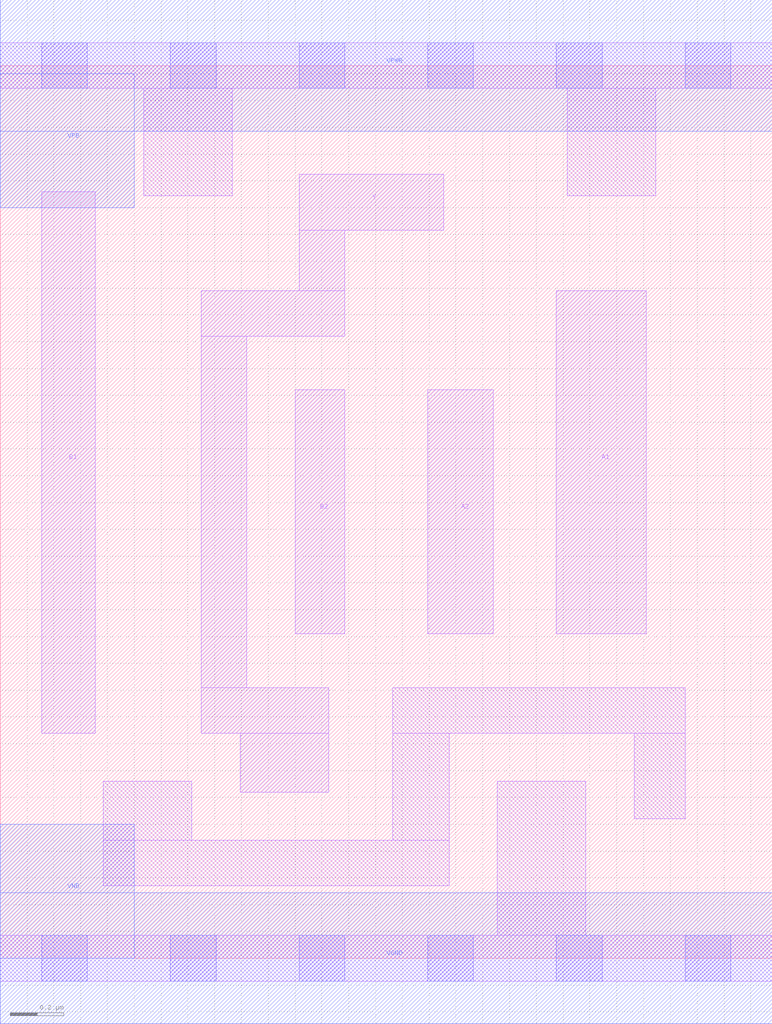
<source format=lef>
# Copyright 2020 The SkyWater PDK Authors
#
# Licensed under the Apache License, Version 2.0 (the "License");
# you may not use this file except in compliance with the License.
# You may obtain a copy of the License at
#
#     https://www.apache.org/licenses/LICENSE-2.0
#
# Unless required by applicable law or agreed to in writing, software
# distributed under the License is distributed on an "AS IS" BASIS,
# WITHOUT WARRANTIES OR CONDITIONS OF ANY KIND, either express or implied.
# See the License for the specific language governing permissions and
# limitations under the License.
#
# SPDX-License-Identifier: Apache-2.0

VERSION 5.5 ;
NAMESCASESENSITIVE ON ;
BUSBITCHARS "[]" ;
DIVIDERCHAR "/" ;
MACRO sky130_fd_sc_lp__o22ai_m
  CLASS CORE ;
  SOURCE USER ;
  ORIGIN  0.000000  0.000000 ;
  SIZE  2.880000 BY  3.330000 ;
  SYMMETRY X Y R90 ;
  SITE unit ;
  PIN A1
    ANTENNAGATEAREA  0.126000 ;
    DIRECTION INPUT ;
    USE SIGNAL ;
    PORT
      LAYER li1 ;
        RECT 2.075000 1.210000 2.410000 2.490000 ;
    END
  END A1
  PIN A2
    ANTENNAGATEAREA  0.126000 ;
    DIRECTION INPUT ;
    USE SIGNAL ;
    PORT
      LAYER li1 ;
        RECT 1.595000 1.210000 1.840000 2.120000 ;
    END
  END A2
  PIN B1
    ANTENNAGATEAREA  0.126000 ;
    DIRECTION INPUT ;
    USE SIGNAL ;
    PORT
      LAYER li1 ;
        RECT 0.155000 0.840000 0.355000 2.860000 ;
    END
  END B1
  PIN B2
    ANTENNAGATEAREA  0.126000 ;
    DIRECTION INPUT ;
    USE SIGNAL ;
    PORT
      LAYER li1 ;
        RECT 1.100000 1.210000 1.285000 2.120000 ;
    END
  END B2
  PIN Y
    ANTENNADIFFAREA  0.235200 ;
    DIRECTION OUTPUT ;
    USE SIGNAL ;
    PORT
      LAYER li1 ;
        RECT 0.750000 0.840000 1.225000 1.010000 ;
        RECT 0.750000 1.010000 0.920000 2.320000 ;
        RECT 0.750000 2.320000 1.285000 2.490000 ;
        RECT 0.895000 0.620000 1.225000 0.840000 ;
        RECT 1.115000 2.490000 1.285000 2.715000 ;
        RECT 1.115000 2.715000 1.655000 2.925000 ;
    END
  END Y
  PIN VGND
    DIRECTION INOUT ;
    USE GROUND ;
    PORT
      LAYER met1 ;
        RECT 0.000000 -0.245000 2.880000 0.245000 ;
    END
  END VGND
  PIN VNB
    DIRECTION INOUT ;
    USE GROUND ;
    PORT
    END
  END VNB
  PIN VPB
    DIRECTION INOUT ;
    USE POWER ;
    PORT
    END
  END VPB
  PIN VNB
    DIRECTION INOUT ;
    USE GROUND ;
    PORT
      LAYER met1 ;
        RECT 0.000000 0.000000 0.500000 0.500000 ;
    END
  END VNB
  PIN VPB
    DIRECTION INOUT ;
    USE POWER ;
    PORT
      LAYER met1 ;
        RECT 0.000000 2.800000 0.500000 3.300000 ;
    END
  END VPB
  PIN VPWR
    DIRECTION INOUT ;
    USE POWER ;
    PORT
      LAYER met1 ;
        RECT 0.000000 3.085000 2.880000 3.575000 ;
    END
  END VPWR
  OBS
    LAYER li1 ;
      RECT 0.000000 -0.085000 2.880000 0.085000 ;
      RECT 0.000000  3.245000 2.880000 3.415000 ;
      RECT 0.385000  0.270000 1.675000 0.440000 ;
      RECT 0.385000  0.440000 0.715000 0.660000 ;
      RECT 0.535000  2.845000 0.865000 3.245000 ;
      RECT 1.465000  0.440000 1.675000 0.840000 ;
      RECT 1.465000  0.840000 2.555000 1.010000 ;
      RECT 1.855000  0.085000 2.185000 0.660000 ;
      RECT 2.115000  2.845000 2.445000 3.245000 ;
      RECT 2.365000  0.520000 2.555000 0.840000 ;
    LAYER mcon ;
      RECT 0.155000 -0.085000 0.325000 0.085000 ;
      RECT 0.155000  3.245000 0.325000 3.415000 ;
      RECT 0.635000 -0.085000 0.805000 0.085000 ;
      RECT 0.635000  3.245000 0.805000 3.415000 ;
      RECT 1.115000 -0.085000 1.285000 0.085000 ;
      RECT 1.115000  3.245000 1.285000 3.415000 ;
      RECT 1.595000 -0.085000 1.765000 0.085000 ;
      RECT 1.595000  3.245000 1.765000 3.415000 ;
      RECT 2.075000 -0.085000 2.245000 0.085000 ;
      RECT 2.075000  3.245000 2.245000 3.415000 ;
      RECT 2.555000 -0.085000 2.725000 0.085000 ;
      RECT 2.555000  3.245000 2.725000 3.415000 ;
  END
END sky130_fd_sc_lp__o22ai_m
END LIBRARY

</source>
